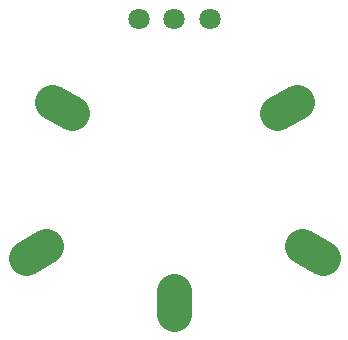
<source format=gtl>
G04 Layer: TopLayer*
G04 EasyEDA v6.4.25, 2022-01-20T08:00:52+08:00*
G04 0604ebae3d614f8b92c7e0483259cbfb,3b57db4a37c74da5bb1b5bc11455ab19,10*
G04 Gerber Generator version 0.2*
G04 Scale: 100 percent, Rotated: No, Reflected: No *
G04 Dimensions in millimeters *
G04 leading zeros omitted , absolute positions ,4 integer and 5 decimal *
%FSLAX45Y45*%
%MOMM*%

%ADD11C,3.0000*%
%ADD12C,1.8000*%

%LPD*%
D11*
X-1039228Y600011D02*
G01*
X-866025Y500011D01*
X1039228Y600011D02*
G01*
X866025Y500011D01*
X0Y-1199997D02*
G01*
X0Y-999997D01*
X1082535Y-625005D02*
G01*
X1255737Y-725004D01*
X-1082535Y-625005D02*
G01*
X-1255737Y-725004D01*
D12*
G01*
X0Y1299997D03*
G01*
X299999Y1299997D03*
G01*
X-299999Y1299997D03*
M02*

</source>
